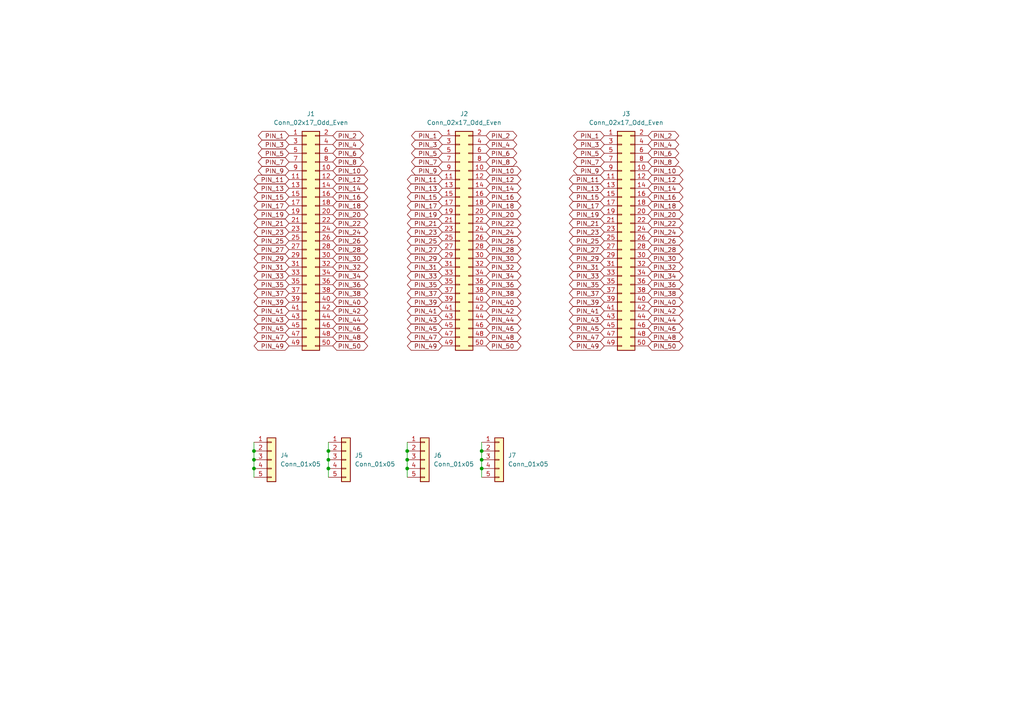
<source format=kicad_sch>
(kicad_sch (version 20231120) (generator "eeschema") (generator_version "8.0")
  (paper "A4")
  (lib_symbols
    (symbol "Connector_Generic:Conn_01x05" (pin_names (offset 1.016) hide)
      (property "Reference" "J" (at 0 7.62 0))
      (property "Value" "Conn_01x05" (at 0 -7.62 0))
      (symbol "Conn_01x05_1_1"
        (rectangle (start -1.27 -4.953) (end 0 -5.207) (stroke (width 0.1524)))
        (rectangle (start -1.27 -2.413) (end 0 -2.667) (stroke (width 0.1524)))
        (rectangle (start -1.27 0.127) (end 0 -0.127) (stroke (width 0.1524)))
        (rectangle (start -1.27 2.667) (end 0 2.413) (stroke (width 0.1524)))
        (rectangle (start -1.27 5.207) (end 0 4.953) (stroke (width 0.1524)))
        (rectangle (start -1.27 6.35) (end 1.27 -6.35) (stroke (width 0.254)) (fill (type background)))
        (pin passive line (at -5.08 5.08 0) (length 3.81) (name "Pin_1") (number "1"))
        (pin passive line (at -5.08 2.54 0) (length 3.81) (name "Pin_2") (number "2"))
        (pin passive line (at -5.08 0 0) (length 3.81) (name "Pin_3") (number "3"))
        (pin passive line (at -5.08 -2.54 0) (length 3.81) (name "Pin_4") (number "4"))
        (pin passive line (at -5.08 -5.08 0) (length 3.81) (name "Pin_5") (number "5"))
      )
    )
    (symbol "Connector_Generic:Conn_02x25_Odd_Even" (pin_names (offset 1.016) hide)
      (property "Reference" "J" (at 1.27 33.02 0))
      (property "Value" "Conn_02x25_Odd_Even" (at 1.27 -33.02 0))
      (symbol "Conn_02x25_Odd_Even_1_1"
        (rectangle (start -1.27 -30.353) (end 0 -30.607) (stroke (width 0.1524)))
        (rectangle (start -1.27 -27.813) (end 0 -28.067) (stroke (width 0.1524)))
        (rectangle (start -1.27 -25.273) (end 0 -25.527) (stroke (width 0.1524)))
        (rectangle (start -1.27 -22.733) (end 0 -22.987) (stroke (width 0.1524)))
        (rectangle (start -1.27 -20.193) (end 0 -20.447) (stroke (width 0.1524)))
        (rectangle (start -1.27 -17.653) (end 0 -17.907) (stroke (width 0.1524)))
        (rectangle (start -1.27 -15.113) (end 0 -15.367) (stroke (width 0.1524)))
        (rectangle (start -1.27 -12.573) (end 0 -12.827) (stroke (width 0.1524)))
        (rectangle (start -1.27 -10.033) (end 0 -10.287) (stroke (width 0.1524)))
        (rectangle (start -1.27 -7.493) (end 0 -7.747) (stroke (width 0.1524)))
        (rectangle (start -1.27 -4.953) (end 0 -5.207) (stroke (width 0.1524)))
        (rectangle (start -1.27 -2.413) (end 0 -2.667) (stroke (width 0.1524)))
        (rectangle (start -1.27 0.127) (end 0 -0.127) (stroke (width 0.1524)))
        (rectangle (start -1.27 2.667) (end 0 2.413) (stroke (width 0.1524)))
        (rectangle (start -1.27 5.207) (end 0 4.953) (stroke (width 0.1524)))
        (rectangle (start -1.27 7.747) (end 0 7.493) (stroke (width 0.1524)))
        (rectangle (start -1.27 10.287) (end 0 10.033) (stroke (width 0.1524)))
        (rectangle (start -1.27 12.827) (end 0 12.573) (stroke (width 0.1524)))
        (rectangle (start -1.27 15.367) (end 0 15.113) (stroke (width 0.1524)))
        (rectangle (start -1.27 17.907) (end 0 17.653) (stroke (width 0.1524)))
        (rectangle (start -1.27 20.447) (end 0 20.193) (stroke (width 0.1524)))
        (rectangle (start -1.27 22.987) (end 0 22.733) (stroke (width 0.1524)))
        (rectangle (start -1.27 25.527) (end 0 25.273) (stroke (width 0.1524)))
        (rectangle (start -1.27 28.067) (end 0 27.813) (stroke (width 0.1524)))
        (rectangle (start -1.27 30.607) (end 0 30.353) (stroke (width 0.1524)))
        (rectangle (start -1.27 31.75) (end 3.81 -31.75) (stroke (width 0.254)) (fill (type background)))
        (rectangle (start 3.81 -30.353) (end 2.54 -30.607) (stroke (width 0.1524)))
        (rectangle (start 3.81 -27.813) (end 2.54 -28.067) (stroke (width 0.1524)))
        (rectangle (start 3.81 -25.273) (end 2.54 -25.527) (stroke (width 0.1524)))
        (rectangle (start 3.81 -22.733) (end 2.54 -22.987) (stroke (width 0.1524)))
        (rectangle (start 3.81 -20.193) (end 2.54 -20.447) (stroke (width 0.1524)))
        (rectangle (start 3.81 -17.653) (end 2.54 -17.907) (stroke (width 0.1524)))
        (rectangle (start 3.81 -15.113) (end 2.54 -15.367) (stroke (width 0.1524)))
        (rectangle (start 3.81 -12.573) (end 2.54 -12.827) (stroke (width 0.1524)))
        (rectangle (start 3.81 -10.033) (end 2.54 -10.287) (stroke (width 0.1524)))
        (rectangle (start 3.81 -7.493) (end 2.54 -7.747) (stroke (width 0.1524)))
        (rectangle (start 3.81 -4.953) (end 2.54 -5.207) (stroke (width 0.1524)))
        (rectangle (start 3.81 -2.413) (end 2.54 -2.667) (stroke (width 0.1524)))
        (rectangle (start 3.81 0.127) (end 2.54 -0.127) (stroke (width 0.1524)))
        (rectangle (start 3.81 2.667) (end 2.54 2.413) (stroke (width 0.1524)))
        (rectangle (start 3.81 5.207) (end 2.54 4.953) (stroke (width 0.1524)))
        (rectangle (start 3.81 7.747) (end 2.54 7.493) (stroke (width 0.1524)))
        (rectangle (start 3.81 10.287) (end 2.54 10.033) (stroke (width 0.1524)))
        (rectangle (start 3.81 12.827) (end 2.54 12.573) (stroke (width 0.1524)))
        (rectangle (start 3.81 15.367) (end 2.54 15.113) (stroke (width 0.1524)))
        (rectangle (start 3.81 17.907) (end 2.54 17.653) (stroke (width 0.1524)))
        (rectangle (start 3.81 20.447) (end 2.54 20.193) (stroke (width 0.1524)))
        (rectangle (start 3.81 22.987) (end 2.54 22.733) (stroke (width 0.1524)))
        (rectangle (start 3.81 25.527) (end 2.54 25.273) (stroke (width 0.1524)))
        (rectangle (start 3.81 28.067) (end 2.54 27.813) (stroke (width 0.1524)))
        (rectangle (start 3.81 30.607) (end 2.54 30.353) (stroke (width 0.1524)))
        (pin passive line (at -5.08 30.48 0) (length 3.81) (name "Pin_1") (number "1"))
        (pin passive line (at 7.62 20.32 180) (length 3.81) (name "Pin_10") (number "10"))
        (pin passive line (at -5.08 17.78 0) (length 3.81) (name "Pin_11") (number "11"))
        (pin passive line (at 7.62 17.78 180) (length 3.81) (name "Pin_12") (number "12"))
        (pin passive line (at -5.08 15.24 0) (length 3.81) (name "Pin_13") (number "13"))
        (pin passive line (at 7.62 15.24 180) (length 3.81) (name "Pin_14") (number "14"))
        (pin passive line (at -5.08 12.7 0) (length 3.81) (name "Pin_15") (number "15"))
        (pin passive line (at 7.62 12.7 180) (length 3.81) (name "Pin_16") (number "16"))
        (pin passive line (at -5.08 10.16 0) (length 3.81) (name "Pin_17") (number "17"))
        (pin passive line (at 7.62 10.16 180) (length 3.81) (name "Pin_18") (number "18"))
        (pin passive line (at -5.08 7.62 0) (length 3.81) (name "Pin_19") (number "19"))
        (pin passive line (at 7.62 30.48 180) (length 3.81) (name "Pin_2") (number "2"))
        (pin passive line (at 7.62 7.62 180) (length 3.81) (name "Pin_20") (number "20"))
        (pin passive line (at -5.08 5.08 0) (length 3.81) (name "Pin_21") (number "21"))
        (pin passive line (at 7.62 5.08 180) (length 3.81) (name "Pin_22") (number "22"))
        (pin passive line (at -5.08 2.54 0) (length 3.81) (name "Pin_23") (number "23"))
        (pin passive line (at 7.62 2.54 180) (length 3.81) (name "Pin_24") (number "24"))
        (pin passive line (at -5.08 0 0) (length 3.81) (name "Pin_25") (number "25"))
        (pin passive line (at 7.62 0 180) (length 3.81) (name "Pin_26") (number "26"))
        (pin passive line (at -5.08 -2.54 0) (length 3.81) (name "Pin_27") (number "27"))
        (pin passive line (at 7.62 -2.54 180) (length 3.81) (name "Pin_28") (number "28"))
        (pin passive line (at -5.08 -5.08 0) (length 3.81) (name "Pin_29") (number "29"))
        (pin passive line (at -5.08 27.94 0) (length 3.81) (name "Pin_3") (number "3"))
        (pin passive line (at 7.62 -5.08 180) (length 3.81) (name "Pin_30") (number "30"))
        (pin passive line (at -5.08 -7.62 0) (length 3.81) (name "Pin_31") (number "31"))
        (pin passive line (at 7.62 -7.62 180) (length 3.81) (name "Pin_32") (number "32"))
        (pin passive line (at -5.08 -10.16 0) (length 3.81) (name "Pin_33") (number "33"))
        (pin passive line (at 7.62 -10.16 180) (length 3.81) (name "Pin_34") (number "34"))
        (pin passive line (at -5.08 -12.7 0) (length 3.81) (name "Pin_35") (number "35"))
        (pin passive line (at 7.62 -12.7 180) (length 3.81) (name "Pin_36") (number "36"))
        (pin passive line (at -5.08 -15.24 0) (length 3.81) (name "Pin_37") (number "37"))
        (pin passive line (at 7.62 -15.24 180) (length 3.81) (name "Pin_38") (number "38"))
        (pin passive line (at -5.08 -17.78 0) (length 3.81) (name "Pin_39") (number "39"))
        (pin passive line (at 7.62 27.94 180) (length 3.81) (name "Pin_4") (number "4"))
        (pin passive line (at 7.62 -17.78 180) (length 3.81) (name "Pin_40") (number "40"))
        (pin passive line (at -5.08 -20.32 0) (length 3.81) (name "Pin_41") (number "41"))
        (pin passive line (at 7.62 -20.32 180) (length 3.81) (name "Pin_42") (number "42"))
        (pin passive line (at -5.08 -22.86 0) (length 3.81) (name "Pin_43") (number "43"))
        (pin passive line (at 7.62 -22.86 180) (length 3.81) (name "Pin_44") (number "44"))
        (pin passive line (at -5.08 -25.4 0) (length 3.81) (name "Pin_45") (number "45"))
        (pin passive line (at 7.62 -25.4 180) (length 3.81) (name "Pin_46") (number "46"))
        (pin passive line (at -5.08 -27.94 0) (length 3.81) (name "Pin_47") (number "47"))
        (pin passive line (at 7.62 -27.94 180) (length 3.81) (name "Pin_48") (number "48"))
        (pin passive line (at -5.08 -30.48 0) (length 3.81) (name "Pin_49") (number "49"))
        (pin passive line (at -5.08 25.4 0) (length 3.81) (name "Pin_5") (number "5"))
        (pin passive line (at 7.62 -30.48 180) (length 3.81) (name "Pin_50") (number "50"))
        (pin passive line (at 7.62 25.4 180) (length 3.81) (name "Pin_6") (number "6"))
        (pin passive line (at -5.08 22.86 0) (length 3.81) (name "Pin_7") (number "7"))
        (pin passive line (at 7.62 22.86 180) (length 3.81) (name "Pin_8") (number "8"))
        (pin passive line (at -5.08 20.32 0) (length 3.81) (name "Pin_9") (number "9"))
      )
    )
  )
  (junction (at 139.7 135.89))
  (junction (at 95.25 133.35))
  (junction (at 118.11 135.89))
  (junction (at 95.25 135.89))
  (junction (at 118.11 133.35))
  (junction (at 118.11 130.81))
  (junction (at 73.66 135.89))
  (junction (at 139.7 130.81))
  (junction (at 95.25 130.81))
  (junction (at 73.66 133.35))
  (junction (at 139.7 133.35))
  (junction (at 73.66 130.81))
  (wire (pts (xy 73.66 128.27) (xy 73.66 130.81)))
  (wire (pts (xy 139.7 130.81) (xy 139.7 133.35)))
  (wire (pts (xy 118.11 135.89) (xy 118.11 138.43)))
  (wire (pts (xy 118.11 128.27) (xy 118.11 130.81)))
  (wire (pts (xy 73.66 133.35) (xy 73.66 135.89)))
  (wire (pts (xy 95.25 135.89) (xy 95.25 138.43)))
  (wire (pts (xy 118.11 133.35) (xy 118.11 135.89)))
  (wire (pts (xy 139.7 135.89) (xy 139.7 138.43)))
  (wire (pts (xy 73.66 135.89) (xy 73.66 138.43)))
  (wire (pts (xy 139.7 128.27) (xy 139.7 130.81)))
  (wire (pts (xy 95.25 130.81) (xy 95.25 133.35)))
  (wire (pts (xy 73.66 130.81) (xy 73.66 133.35)))
  (wire (pts (xy 118.11 130.81) (xy 118.11 133.35)))
  (wire (pts (xy 95.25 128.27) (xy 95.25 130.81)))
  (wire (pts (xy 139.7 133.35) (xy 139.7 135.89)))
  (wire (pts (xy 95.25 133.35) (xy 95.25 135.89)))
  (global_label "PIN_39" (shape bidirectional) (at 128.27 87.63 180) (property "Intersheetrefs" "${INTERSHEET_REFS}" (effects (hide yes))))
  (global_label "PIN_13" (shape bidirectional) (at 175.26 54.61 180) (property "Intersheetrefs" "${INTERSHEET_REFS}" (effects (hide yes))))
  (global_label "PIN_27" (shape bidirectional) (at 175.26 72.39 180) (property "Intersheetrefs" "${INTERSHEET_REFS}" (effects (hide yes))))
  (global_label "PIN_33" (shape bidirectional) (at 128.27 80.01 180) (property "Intersheetrefs" "${INTERSHEET_REFS}" (effects (hide yes))))
  (global_label "PIN_19" (shape bidirectional) (at 83.82 62.23 180) (property "Intersheetrefs" "${INTERSHEET_REFS}" (effects (hide yes))))
  (global_label "PIN_41" (shape bidirectional) (at 175.26 90.17 180) (property "Intersheetrefs" "${INTERSHEET_REFS}" (effects (hide yes))))
  (global_label "PIN_4" (shape bidirectional) (at 96.52 41.91 0) (property "Intersheetrefs" "${INTERSHEET_REFS}" (effects (hide yes))))
  (global_label "PIN_1" (shape bidirectional) (at 83.82 39.37 180) (property "Intersheetrefs" "${INTERSHEET_REFS}" (effects (hide yes))))
  (global_label "PIN_1" (shape bidirectional) (at 128.27 39.37 180) (property "Intersheetrefs" "${INTERSHEET_REFS}" (effects (hide yes))))
  (global_label "PIN_7" (shape bidirectional) (at 83.82 46.99 180) (property "Intersheetrefs" "${INTERSHEET_REFS}" (effects (hide yes))))
  (global_label "PIN_18" (shape bidirectional) (at 140.97 59.69 0) (property "Intersheetrefs" "${INTERSHEET_REFS}" (effects (hide yes))))
  (global_label "PIN_10" (shape bidirectional) (at 187.96 49.53 0) (property "Intersheetrefs" "${INTERSHEET_REFS}" (effects (hide yes))))
  (global_label "PIN_37" (shape bidirectional) (at 175.26 85.09 180) (property "Intersheetrefs" "${INTERSHEET_REFS}" (effects (hide yes))))
  (global_label "PIN_18" (shape bidirectional) (at 187.96 59.69 0) (property "Intersheetrefs" "${INTERSHEET_REFS}" (effects (hide yes))))
  (global_label "PIN_20" (shape bidirectional) (at 140.97 62.23 0) (property "Intersheetrefs" "${INTERSHEET_REFS}" (effects (hide yes))))
  (global_label "PIN_45" (shape bidirectional) (at 83.82 95.25 180) (property "Intersheetrefs" "${INTERSHEET_REFS}" (effects (hide yes))))
  (global_label "PIN_28" (shape bidirectional) (at 187.96 72.39 0) (property "Intersheetrefs" "${INTERSHEET_REFS}" (effects (hide yes))))
  (global_label "PIN_4" (shape bidirectional) (at 140.97 41.91 0) (property "Intersheetrefs" "${INTERSHEET_REFS}" (effects (hide yes))))
  (global_label "PIN_35" (shape bidirectional) (at 175.26 82.55 180) (property "Intersheetrefs" "${INTERSHEET_REFS}" (effects (hide yes))))
  (global_label "PIN_1" (shape bidirectional) (at 175.26 39.37 180) (property "Intersheetrefs" "${INTERSHEET_REFS}" (effects (hide yes))))
  (global_label "PIN_3" (shape bidirectional) (at 175.26 41.91 180) (property "Intersheetrefs" "${INTERSHEET_REFS}" (effects (hide yes))))
  (global_label "PIN_44" (shape bidirectional) (at 140.97 92.71 0) (property "Intersheetrefs" "${INTERSHEET_REFS}" (effects (hide yes))))
  (global_label "PIN_25" (shape bidirectional) (at 83.82 69.85 180) (property "Intersheetrefs" "${INTERSHEET_REFS}" (effects (hide yes))))
  (global_label "PIN_12" (shape bidirectional) (at 140.97 52.07 0) (property "Intersheetrefs" "${INTERSHEET_REFS}" (effects (hide yes))))
  (global_label "PIN_41" (shape bidirectional) (at 83.82 90.17 180) (property "Intersheetrefs" "${INTERSHEET_REFS}" (effects (hide yes))))
  (global_label "PIN_13" (shape bidirectional) (at 128.27 54.61 180) (property "Intersheetrefs" "${INTERSHEET_REFS}" (effects (hide yes))))
  (global_label "PIN_32" (shape bidirectional) (at 187.96 77.47 0) (property "Intersheetrefs" "${INTERSHEET_REFS}" (effects (hide yes))))
  (global_label "PIN_34" (shape bidirectional) (at 96.52 80.01 0) (property "Intersheetrefs" "${INTERSHEET_REFS}" (effects (hide yes))))
  (global_label "PIN_36" (shape bidirectional) (at 187.96 82.55 0) (property "Intersheetrefs" "${INTERSHEET_REFS}" (effects (hide yes))))
  (global_label "PIN_5" (shape bidirectional) (at 83.82 44.45 180) (property "Intersheetrefs" "${INTERSHEET_REFS}" (effects (hide yes))))
  (global_label "PIN_11" (shape bidirectional) (at 175.26 52.07 180) (property "Intersheetrefs" "${INTERSHEET_REFS}" (effects (hide yes))))
  (global_label "PIN_11" (shape bidirectional) (at 83.82 52.07 180) (property "Intersheetrefs" "${INTERSHEET_REFS}" (effects (hide yes))))
  (global_label "PIN_36" (shape bidirectional) (at 140.97 82.55 0) (property "Intersheetrefs" "${INTERSHEET_REFS}" (effects (hide yes))))
  (global_label "PIN_43" (shape bidirectional) (at 128.27 92.71 180) (property "Intersheetrefs" "${INTERSHEET_REFS}" (effects (hide yes))))
  (global_label "PIN_2" (shape bidirectional) (at 140.97 39.37 0) (property "Intersheetrefs" "${INTERSHEET_REFS}" (effects (hide yes))))
  (global_label "PIN_37" (shape bidirectional) (at 128.27 85.09 180) (property "Intersheetrefs" "${INTERSHEET_REFS}" (effects (hide yes))))
  (global_label "PIN_28" (shape bidirectional) (at 96.52 72.39 0) (property "Intersheetrefs" "${INTERSHEET_REFS}" (effects (hide yes))))
  (global_label "PIN_37" (shape bidirectional) (at 83.82 85.09 180) (property "Intersheetrefs" "${INTERSHEET_REFS}" (effects (hide yes))))
  (global_label "PIN_15" (shape bidirectional) (at 128.27 57.15 180) (property "Intersheetrefs" "${INTERSHEET_REFS}" (effects (hide yes))))
  (global_label "PIN_42" (shape bidirectional) (at 96.52 90.17 0) (property "Intersheetrefs" "${INTERSHEET_REFS}" (effects (hide yes))))
  (global_label "PIN_41" (shape bidirectional) (at 128.27 90.17 180) (property "Intersheetrefs" "${INTERSHEET_REFS}" (effects (hide yes))))
  (global_label "PIN_39" (shape bidirectional) (at 83.82 87.63 180) (property "Intersheetrefs" "${INTERSHEET_REFS}" (effects (hide yes))))
  (global_label "PIN_2" (shape bidirectional) (at 187.96 39.37 0) (property "Intersheetrefs" "${INTERSHEET_REFS}" (effects (hide yes))))
  (global_label "PIN_47" (shape bidirectional) (at 128.27 97.79 180) (property "Intersheetrefs" "${INTERSHEET_REFS}" (effects (hide yes))))
  (global_label "PIN_26" (shape bidirectional) (at 96.52 69.85 0) (property "Intersheetrefs" "${INTERSHEET_REFS}" (effects (hide yes))))
  (global_label "PIN_22" (shape bidirectional) (at 140.97 64.77 0) (property "Intersheetrefs" "${INTERSHEET_REFS}" (effects (hide yes))))
  (global_label "PIN_44" (shape bidirectional) (at 96.52 92.71 0) (property "Intersheetrefs" "${INTERSHEET_REFS}" (effects (hide yes))))
  (global_label "PIN_22" (shape bidirectional) (at 96.52 64.77 0) (property "Intersheetrefs" "${INTERSHEET_REFS}" (effects (hide yes))))
  (global_label "PIN_30" (shape bidirectional) (at 140.97 74.93 0) (property "Intersheetrefs" "${INTERSHEET_REFS}" (effects (hide yes))))
  (global_label "PIN_50" (shape bidirectional) (at 140.97 100.33 0) (property "Intersheetrefs" "${INTERSHEET_REFS}" (effects (hide yes))))
  (global_label "PIN_20" (shape bidirectional) (at 187.96 62.23 0) (property "Intersheetrefs" "${INTERSHEET_REFS}" (effects (hide yes))))
  (global_label "PIN_35" (shape bidirectional) (at 83.82 82.55 180) (property "Intersheetrefs" "${INTERSHEET_REFS}" (effects (hide yes))))
  (global_label "PIN_30" (shape bidirectional) (at 96.52 74.93 0) (property "Intersheetrefs" "${INTERSHEET_REFS}" (effects (hide yes))))
  (global_label "PIN_42" (shape bidirectional) (at 187.96 90.17 0) (property "Intersheetrefs" "${INTERSHEET_REFS}" (effects (hide yes))))
  (global_label "PIN_38" (shape bidirectional) (at 96.52 85.09 0) (property "Intersheetrefs" "${INTERSHEET_REFS}" (effects (hide yes))))
  (global_label "PIN_6" (shape bidirectional) (at 187.96 44.45 0) (property "Intersheetrefs" "${INTERSHEET_REFS}" (effects (hide yes))))
  (global_label "PIN_3" (shape bidirectional) (at 83.82 41.91 180) (property "Intersheetrefs" "${INTERSHEET_REFS}" (effects (hide yes))))
  (global_label "PIN_44" (shape bidirectional) (at 187.96 92.71 0) (property "Intersheetrefs" "${INTERSHEET_REFS}" (effects (hide yes))))
  (global_label "PIN_12" (shape bidirectional) (at 96.52 52.07 0) (property "Intersheetrefs" "${INTERSHEET_REFS}" (effects (hide yes))))
  (global_label "PIN_18" (shape bidirectional) (at 96.52 59.69 0) (property "Intersheetrefs" "${INTERSHEET_REFS}" (effects (hide yes))))
  (global_label "PIN_9" (shape bidirectional) (at 128.27 49.53 180) (property "Intersheetrefs" "${INTERSHEET_REFS}" (effects (hide yes))))
  (global_label "PIN_48" (shape bidirectional) (at 96.52 97.79 0) (property "Intersheetrefs" "${INTERSHEET_REFS}" (effects (hide yes))))
  (global_label "PIN_40" (shape bidirectional) (at 140.97 87.63 0) (property "Intersheetrefs" "${INTERSHEET_REFS}" (effects (hide yes))))
  (global_label "PIN_26" (shape bidirectional) (at 187.96 69.85 0) (property "Intersheetrefs" "${INTERSHEET_REFS}" (effects (hide yes))))
  (global_label "PIN_49" (shape bidirectional) (at 83.82 100.33 180) (property "Intersheetrefs" "${INTERSHEET_REFS}" (effects (hide yes))))
  (global_label "PIN_8" (shape bidirectional) (at 140.97 46.99 0) (property "Intersheetrefs" "${INTERSHEET_REFS}" (effects (hide yes))))
  (global_label "PIN_50" (shape bidirectional) (at 187.96 100.33 0) (property "Intersheetrefs" "${INTERSHEET_REFS}" (effects (hide yes))))
  (global_label "PIN_23" (shape bidirectional) (at 128.27 67.31 180) (property "Intersheetrefs" "${INTERSHEET_REFS}" (effects (hide yes))))
  (global_label "PIN_13" (shape bidirectional) (at 83.82 54.61 180) (property "Intersheetrefs" "${INTERSHEET_REFS}" (effects (hide yes))))
  (global_label "PIN_21" (shape bidirectional) (at 128.27 64.77 180) (property "Intersheetrefs" "${INTERSHEET_REFS}" (effects (hide yes))))
  (global_label "PIN_20" (shape bidirectional) (at 96.52 62.23 0) (property "Intersheetrefs" "${INTERSHEET_REFS}" (effects (hide yes))))
  (global_label "PIN_29" (shape bidirectional) (at 83.82 74.93 180) (property "Intersheetrefs" "${INTERSHEET_REFS}" (effects (hide yes))))
  (global_label "PIN_25" (shape bidirectional) (at 128.27 69.85 180) (property "Intersheetrefs" "${INTERSHEET_REFS}" (effects (hide yes))))
  (global_label "PIN_29" (shape bidirectional) (at 175.26 74.93 180) (property "Intersheetrefs" "${INTERSHEET_REFS}" (effects (hide yes))))
  (global_label "PIN_43" (shape bidirectional) (at 83.82 92.71 180) (property "Intersheetrefs" "${INTERSHEET_REFS}" (effects (hide yes))))
  (global_label "PIN_16" (shape bidirectional) (at 96.52 57.15 0) (property "Intersheetrefs" "${INTERSHEET_REFS}" (effects (hide yes))))
  (global_label "PIN_29" (shape bidirectional) (at 128.27 74.93 180) (property "Intersheetrefs" "${INTERSHEET_REFS}" (effects (hide yes))))
  (global_label "PIN_26" (shape bidirectional) (at 140.97 69.85 0) (property "Intersheetrefs" "${INTERSHEET_REFS}" (effects (hide yes))))
  (global_label "PIN_36" (shape bidirectional) (at 96.52 82.55 0) (property "Intersheetrefs" "${INTERSHEET_REFS}" (effects (hide yes))))
  (global_label "PIN_9" (shape bidirectional) (at 83.82 49.53 180) (property "Intersheetrefs" "${INTERSHEET_REFS}" (effects (hide yes))))
  (global_label "PIN_49" (shape bidirectional) (at 175.26 100.33 180) (property "Intersheetrefs" "${INTERSHEET_REFS}" (effects (hide yes))))
  (global_label "PIN_16" (shape bidirectional) (at 140.97 57.15 0) (property "Intersheetrefs" "${INTERSHEET_REFS}" (effects (hide yes))))
  (global_label "PIN_21" (shape bidirectional) (at 175.26 64.77 180) (property "Intersheetrefs" "${INTERSHEET_REFS}" (effects (hide yes))))
  (global_label "PIN_21" (shape bidirectional) (at 83.82 64.77 180) (property "Intersheetrefs" "${INTERSHEET_REFS}" (effects (hide yes))))
  (global_label "PIN_14" (shape bidirectional) (at 96.52 54.61 0) (property "Intersheetrefs" "${INTERSHEET_REFS}" (effects (hide yes))))
  (global_label "PIN_19" (shape bidirectional) (at 128.27 62.23 180) (property "Intersheetrefs" "${INTERSHEET_REFS}" (effects (hide yes))))
  (global_label "PIN_24" (shape bidirectional) (at 140.97 67.31 0) (property "Intersheetrefs" "${INTERSHEET_REFS}" (effects (hide yes))))
  (global_label "PIN_34" (shape bidirectional) (at 187.96 80.01 0) (property "Intersheetrefs" "${INTERSHEET_REFS}" (effects (hide yes))))
  (global_label "PIN_31" (shape bidirectional) (at 128.27 77.47 180) (property "Intersheetrefs" "${INTERSHEET_REFS}" (effects (hide yes))))
  (global_label "PIN_15" (shape bidirectional) (at 175.26 57.15 180) (property "Intersheetrefs" "${INTERSHEET_REFS}" (effects (hide yes))))
  (global_label "PIN_8" (shape bidirectional) (at 96.52 46.99 0) (property "Intersheetrefs" "${INTERSHEET_REFS}" (effects (hide yes))))
  (global_label "PIN_24" (shape bidirectional) (at 96.52 67.31 0) (property "Intersheetrefs" "${INTERSHEET_REFS}" (effects (hide yes))))
  (global_label "PIN_8" (shape bidirectional) (at 187.96 46.99 0) (property "Intersheetrefs" "${INTERSHEET_REFS}" (effects (hide yes))))
  (global_label "PIN_48" (shape bidirectional) (at 187.96 97.79 0) (property "Intersheetrefs" "${INTERSHEET_REFS}" (effects (hide yes))))
  (global_label "PIN_4" (shape bidirectional) (at 187.96 41.91 0) (property "Intersheetrefs" "${INTERSHEET_REFS}" (effects (hide yes))))
  (global_label "PIN_45" (shape bidirectional) (at 175.26 95.25 180) (property "Intersheetrefs" "${INTERSHEET_REFS}" (effects (hide yes))))
  (global_label "PIN_2" (shape bidirectional) (at 96.52 39.37 0) (property "Intersheetrefs" "${INTERSHEET_REFS}" (effects (hide yes))))
  (global_label "PIN_5" (shape bidirectional) (at 128.27 44.45 180) (property "Intersheetrefs" "${INTERSHEET_REFS}" (effects (hide yes))))
  (global_label "PIN_12" (shape bidirectional) (at 187.96 52.07 0) (property "Intersheetrefs" "${INTERSHEET_REFS}" (effects (hide yes))))
  (global_label "PIN_34" (shape bidirectional) (at 140.97 80.01 0) (property "Intersheetrefs" "${INTERSHEET_REFS}" (effects (hide yes))))
  (global_label "PIN_10" (shape bidirectional) (at 140.97 49.53 0) (property "Intersheetrefs" "${INTERSHEET_REFS}" (effects (hide yes))))
  (global_label "PIN_19" (shape bidirectional) (at 175.26 62.23 180) (property "Intersheetrefs" "${INTERSHEET_REFS}" (effects (hide yes))))
  (global_label "PIN_48" (shape bidirectional) (at 140.97 97.79 0) (property "Intersheetrefs" "${INTERSHEET_REFS}" (effects (hide yes))))
  (global_label "PIN_23" (shape bidirectional) (at 83.82 67.31 180) (property "Intersheetrefs" "${INTERSHEET_REFS}" (effects (hide yes))))
  (global_label "PIN_16" (shape bidirectional) (at 187.96 57.15 0) (property "Intersheetrefs" "${INTERSHEET_REFS}" (effects (hide yes))))
  (global_label "PIN_47" (shape bidirectional) (at 175.26 97.79 180) (property "Intersheetrefs" "${INTERSHEET_REFS}" (effects (hide yes))))
  (global_label "PIN_7" (shape bidirectional) (at 128.27 46.99 180) (property "Intersheetrefs" "${INTERSHEET_REFS}" (effects (hide yes))))
  (global_label "PIN_47" (shape bidirectional) (at 83.82 97.79 180) (property "Intersheetrefs" "${INTERSHEET_REFS}" (effects (hide yes))))
  (global_label "PIN_38" (shape bidirectional) (at 140.97 85.09 0) (property "Intersheetrefs" "${INTERSHEET_REFS}" (effects (hide yes))))
  (global_label "PIN_6" (shape bidirectional) (at 140.97 44.45 0) (property "Intersheetrefs" "${INTERSHEET_REFS}" (effects (hide yes))))
  (global_label "PIN_5" (shape bidirectional) (at 175.26 44.45 180) (property "Intersheetrefs" "${INTERSHEET_REFS}" (effects (hide yes))))
  (global_label "PIN_15" (shape bidirectional) (at 83.82 57.15 180) (property "Intersheetrefs" "${INTERSHEET_REFS}" (effects (hide yes))))
  (global_label "PIN_45" (shape bidirectional) (at 128.27 95.25 180) (property "Intersheetrefs" "${INTERSHEET_REFS}" (effects (hide yes))))
  (global_label "PIN_31" (shape bidirectional) (at 175.26 77.47 180) (property "Intersheetrefs" "${INTERSHEET_REFS}" (effects (hide yes))))
  (global_label "PIN_7" (shape bidirectional) (at 175.26 46.99 180) (property "Intersheetrefs" "${INTERSHEET_REFS}" (effects (hide yes))))
  (global_label "PIN_40" (shape bidirectional) (at 96.52 87.63 0) (property "Intersheetrefs" "${INTERSHEET_REFS}" (effects (hide yes))))
  (global_label "PIN_10" (shape bidirectional) (at 96.52 49.53 0) (property "Intersheetrefs" "${INTERSHEET_REFS}" (effects (hide yes))))
  (global_label "PIN_27" (shape bidirectional) (at 83.82 72.39 180) (property "Intersheetrefs" "${INTERSHEET_REFS}" (effects (hide yes))))
  (global_label "PIN_40" (shape bidirectional) (at 187.96 87.63 0) (property "Intersheetrefs" "${INTERSHEET_REFS}" (effects (hide yes))))
  (global_label "PIN_6" (shape bidirectional) (at 96.52 44.45 0) (property "Intersheetrefs" "${INTERSHEET_REFS}" (effects (hide yes))))
  (global_label "PIN_3" (shape bidirectional) (at 128.27 41.91 180) (property "Intersheetrefs" "${INTERSHEET_REFS}" (effects (hide yes))))
  (global_label "PIN_46" (shape bidirectional) (at 187.96 95.25 0) (property "Intersheetrefs" "${INTERSHEET_REFS}" (effects (hide yes))))
  (global_label "PIN_46" (shape bidirectional) (at 140.97 95.25 0) (property "Intersheetrefs" "${INTERSHEET_REFS}" (effects (hide yes))))
  (global_label "PIN_43" (shape bidirectional) (at 175.26 92.71 180) (property "Intersheetrefs" "${INTERSHEET_REFS}" (effects (hide yes))))
  (global_label "PIN_39" (shape bidirectional) (at 175.26 87.63 180) (property "Intersheetrefs" "${INTERSHEET_REFS}" (effects (hide yes))))
  (global_label "PIN_28" (shape bidirectional) (at 140.97 72.39 0) (property "Intersheetrefs" "${INTERSHEET_REFS}" (effects (hide yes))))
  (global_label "PIN_25" (shape bidirectional) (at 175.26 69.85 180) (property "Intersheetrefs" "${INTERSHEET_REFS}" (effects (hide yes))))
  (global_label "PIN_50" (shape bidirectional) (at 96.52 100.33 0) (property "Intersheetrefs" "${INTERSHEET_REFS}" (effects (hide yes))))
  (global_label "PIN_22" (shape bidirectional) (at 187.96 64.77 0) (property "Intersheetrefs" "${INTERSHEET_REFS}" (effects (hide yes))))
  (global_label "PIN_33" (shape bidirectional) (at 175.26 80.01 180) (property "Intersheetrefs" "${INTERSHEET_REFS}" (effects (hide yes))))
  (global_label "PIN_14" (shape bidirectional) (at 140.97 54.61 0) (property "Intersheetrefs" "${INTERSHEET_REFS}" (effects (hide yes))))
  (global_label "PIN_23" (shape bidirectional) (at 175.26 67.31 180) (property "Intersheetrefs" "${INTERSHEET_REFS}" (effects (hide yes))))
  (global_label "PIN_17" (shape bidirectional) (at 128.27 59.69 180) (property "Intersheetrefs" "${INTERSHEET_REFS}" (effects (hide yes))))
  (global_label "PIN_33" (shape bidirectional) (at 83.82 80.01 180) (property "Intersheetrefs" "${INTERSHEET_REFS}" (effects (hide yes))))
  (global_label "PIN_30" (shape bidirectional) (at 187.96 74.93 0) (property "Intersheetrefs" "${INTERSHEET_REFS}" (effects (hide yes))))
  (global_label "PIN_31" (shape bidirectional) (at 83.82 77.47 180) (property "Intersheetrefs" "${INTERSHEET_REFS}" (effects (hide yes))))
  (global_label "PIN_9" (shape bidirectional) (at 175.26 49.53 180) (property "Intersheetrefs" "${INTERSHEET_REFS}" (effects (hide yes))))
  (global_label "PIN_27" (shape bidirectional) (at 128.27 72.39 180) (property "Intersheetrefs" "${INTERSHEET_REFS}" (effects (hide yes))))
  (global_label "PIN_35" (shape bidirectional) (at 128.27 82.55 180) (property "Intersheetrefs" "${INTERSHEET_REFS}" (effects (hide yes))))
  (global_label "PIN_49" (shape bidirectional) (at 128.27 100.33 180) (property "Intersheetrefs" "${INTERSHEET_REFS}" (effects (hide yes))))
  (global_label "PIN_11" (shape bidirectional) (at 128.27 52.07 180) (property "Intersheetrefs" "${INTERSHEET_REFS}" (effects (hide yes))))
  (global_label "PIN_38" (shape bidirectional) (at 187.96 85.09 0) (property "Intersheetrefs" "${INTERSHEET_REFS}" (effects (hide yes))))
  (global_label "PIN_17" (shape bidirectional) (at 175.26 59.69 180) (property "Intersheetrefs" "${INTERSHEET_REFS}" (effects (hide yes))))
  (global_label "PIN_17" (shape bidirectional) (at 83.82 59.69 180) (property "Intersheetrefs" "${INTERSHEET_REFS}" (effects (hide yes))))
  (global_label "PIN_14" (shape bidirectional) (at 187.96 54.61 0) (property "Intersheetrefs" "${INTERSHEET_REFS}" (effects (hide yes))))
  (global_label "PIN_32" (shape bidirectional) (at 140.97 77.47 0) (property "Intersheetrefs" "${INTERSHEET_REFS}" (effects (hide yes))))
  (global_label "PIN_24" (shape bidirectional) (at 187.96 67.31 0) (property "Intersheetrefs" "${INTERSHEET_REFS}" (effects (hide yes))))
  (global_label "PIN_32" (shape bidirectional) (at 96.52 77.47 0) (property "Intersheetrefs" "${INTERSHEET_REFS}" (effects (hide yes))))
  (global_label "PIN_42" (shape bidirectional) (at 140.97 90.17 0) (property "Intersheetrefs" "${INTERSHEET_REFS}" (effects (hide yes))))
  (global_label "PIN_46" (shape bidirectional) (at 96.52 95.25 0) (property "Intersheetrefs" "${INTERSHEET_REFS}" (effects (hide yes))))
  (symbol (lib_id "Connector_Generic:Conn_01x05") (at 144.78 133.35 0) (unit 1)
    (property "Reference" "J7" (at 147.32 132.0799 0) (effects (justify left)))
    (property "Value" "Conn_01x05" (at 147.32 134.6199 0) (effects (justify left)))
    (property "Footprint" "Connector_PinHeader_2.54mm:PinHeader_1x05_P2.54mm_Vertical" (effects (hide yes)))
    (property "Description" "Generic connector, single row, 01x05, script generated (kicad-library-utils/schlib/autogen/connector/)" (effects (hide yes)))
  )
  (symbol (lib_id "Connector_Generic:Conn_01x05") (at 100.33 133.35 0) (unit 1)
    (property "Reference" "J5" (at 102.87 132.0799 0) (effects (justify left)))
    (property "Value" "Conn_01x05" (at 102.87 134.6199 0) (effects (justify left)))
    (property "Footprint" "Connector_PinHeader_2.54mm:PinHeader_1x05_P2.54mm_Vertical" (effects (hide yes)))
    (property "Description" "Generic connector, single row, 01x05, script generated (kicad-library-utils/schlib/autogen/connector/)" (effects (hide yes)))
  )
  (symbol (lib_id "Connector_Generic:Conn_02x25_Odd_Even") (at 180.34 69.85 0) (unit 1)
    (property "Reference" "J3" (at 181.61 33.02 0))
    (property "Value" "Conn_02x17_Odd_Even" (at 181.61 35.56 0))
    (property "Footprint" "Connector_PinHeader_2.54mm:PinHeader_2x25_P2.54mm_Vertical" (effects (hide yes)))
    (property "Description" "Generic connector, double row, 02x25, odd/even pin numbering scheme (row 1 odd numbers, row 2 even numbers), script generated (kicad-library-utils/schlib/autogen/connector/)" (effects (hide yes)))
  )
  (symbol (lib_id "Connector_Generic:Conn_01x05") (at 78.74 133.35 0) (unit 1)
    (property "Reference" "J4" (at 81.28 132.0799 0) (effects (justify left)))
    (property "Value" "Conn_01x05" (at 81.28 134.6199 0) (effects (justify left)))
    (property "Footprint" "Connector_PinHeader_2.54mm:PinHeader_1x05_P2.54mm_Vertical" (effects (hide yes)))
    (property "Description" "Generic connector, single row, 01x05, script generated (kicad-library-utils/schlib/autogen/connector/)" (effects (hide yes)))
  )
  (symbol (lib_id "Connector_Generic:Conn_01x05") (at 123.19 133.35 0) (unit 1)
    (property "Reference" "J6" (at 125.73 132.0799 0) (effects (justify left)))
    (property "Value" "Conn_01x05" (at 125.73 134.6199 0) (effects (justify left)))
    (property "Footprint" "Connector_PinHeader_2.54mm:PinHeader_1x05_P2.54mm_Vertical" (effects (hide yes)))
    (property "Description" "Generic connector, single row, 01x05, script generated (kicad-library-utils/schlib/autogen/connector/)" (effects (hide yes)))
  )
  (symbol (lib_id "Connector_Generic:Conn_02x25_Odd_Even") (at 88.9 69.85 0) (unit 1)
    (property "Reference" "J1" (at 90.17 33.02 0))
    (property "Value" "Conn_02x17_Odd_Even" (at 90.17 35.56 0))
    (property "Footprint" "Connector_PinHeader_2.54mm:PinHeader_2x25_P2.54mm_Vertical" (effects (hide yes)))
    (property "Description" "Generic connector, double row, 02x25, odd/even pin numbering scheme (row 1 odd numbers, row 2 even numbers), script generated (kicad-library-utils/schlib/autogen/connector/)" (effects (hide yes)))
  )
  (symbol (lib_id "Connector_Generic:Conn_02x25_Odd_Even") (at 133.35 69.85 0) (unit 1)
    (property "Reference" "J2" (at 134.62 33.02 0))
    (property "Value" "Conn_02x17_Odd_Even" (at 134.62 35.56 0))
    (property "Footprint" "Connector_PinHeader_2.54mm:PinHeader_2x25_P2.54mm_Vertical" (effects (hide yes)))
    (property "Description" "Generic connector, double row, 02x25, odd/even pin numbering scheme (row 1 odd numbers, row 2 even numbers), script generated (kicad-library-utils/schlib/autogen/connector/)" (effects (hide yes)))
  )
)
</source>
